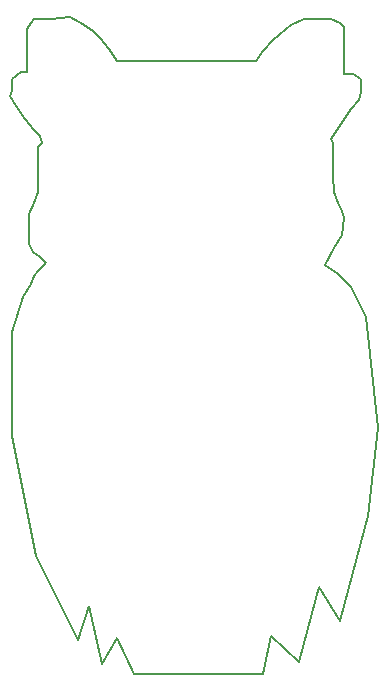
<source format=gbr>
G04 DipTrace 3.3.1.2*
G04 BoardOutline.gbr*
%MOIN*%
G04 #@! TF.FileFunction,Profile*
G04 #@! TF.Part,Single*
%ADD11C,0.005512*%
%FSLAX26Y26*%
G04*
G70*
G90*
G75*
G01*
G04 BoardOutline*
%LPD*%
X393701Y2318701D2*
D11*
X412450Y2287451D1*
X443701Y2243701D1*
X474951Y2206201D1*
X493701Y2187451D1*
X499951Y2162451D1*
X487450Y2149950D1*
Y1999950D1*
X474951Y1962451D1*
X456201Y1924950D1*
Y1893701D1*
Y1856201D1*
Y1824951D1*
X468701Y1799951D1*
X493701Y1781201D1*
X512450Y1762451D1*
X487450Y1737451D1*
X474951Y1718701D1*
X462450Y1693701D1*
X437450Y1649950D1*
X399951Y1531201D1*
Y1362451D1*
Y1187451D1*
X481201Y787451D1*
X618701Y506201D1*
X656201Y618701D1*
X699951Y424950D1*
X749951Y512451D1*
X806201Y393701D1*
X1237450D1*
X1262450Y518701D1*
X1356201Y431201D1*
X1424951Y681201D1*
X1493701Y568701D1*
X1587450Y918701D1*
X1618701Y1212451D1*
X1581201Y1581201D1*
X1531201Y1681201D1*
X1487450Y1724950D1*
X1443701Y1756201D1*
X1474951Y1812451D1*
X1499951Y1856201D1*
X1506201Y1912451D1*
X1499951Y1937451D1*
X1487450Y1962451D1*
X1474951Y1999950D1*
X1468701Y2056201D1*
Y2124951D1*
Y2162451D1*
X1462450Y2174950D1*
X1531201Y2274950D1*
X1556201Y2306201D1*
X1562450Y2331201D1*
Y2374950D1*
X1537450Y2393701D1*
X1506201D1*
Y2549951D1*
X1493701Y2562451D1*
X1462450Y2574951D1*
X1374951D1*
X1331201Y2556201D1*
X1312450Y2543701D1*
X1268701Y2506201D1*
X1237450Y2468701D1*
X1212450Y2437451D1*
X749951D1*
X724951Y2474950D1*
X693701Y2512451D1*
X668701Y2537451D1*
X631201Y2562451D1*
X593701Y2581201D1*
X531201Y2574951D1*
X474951D1*
X462450Y2562451D1*
X449951Y2543701D1*
Y2399950D1*
X431201D1*
X399951Y2374950D1*
Y2337451D1*
X393701Y2318701D1*
M02*

</source>
